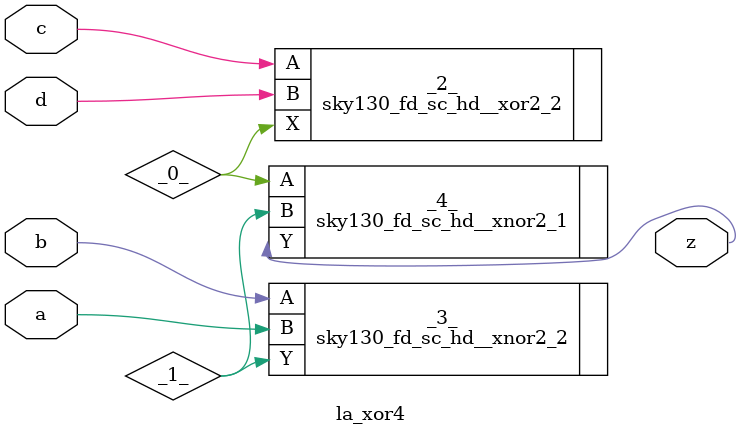
<source format=v>
/* Generated by Yosys 0.37 (git sha1 a5c7f69ed, clang 14.0.0-1ubuntu1.1 -fPIC -Os) */

module la_xor4(a, b, c, d, z);
  wire _0_;
  wire _1_;
  input a;
  wire a;
  input b;
  wire b;
  input c;
  wire c;
  input d;
  wire d;
  output z;
  wire z;
  sky130_fd_sc_hd__xor2_2 _2_ (
    .A(c),
    .B(d),
    .X(_0_)
  );
  sky130_fd_sc_hd__xnor2_2 _3_ (
    .A(b),
    .B(a),
    .Y(_1_)
  );
  sky130_fd_sc_hd__xnor2_1 _4_ (
    .A(_0_),
    .B(_1_),
    .Y(z)
  );
endmodule

</source>
